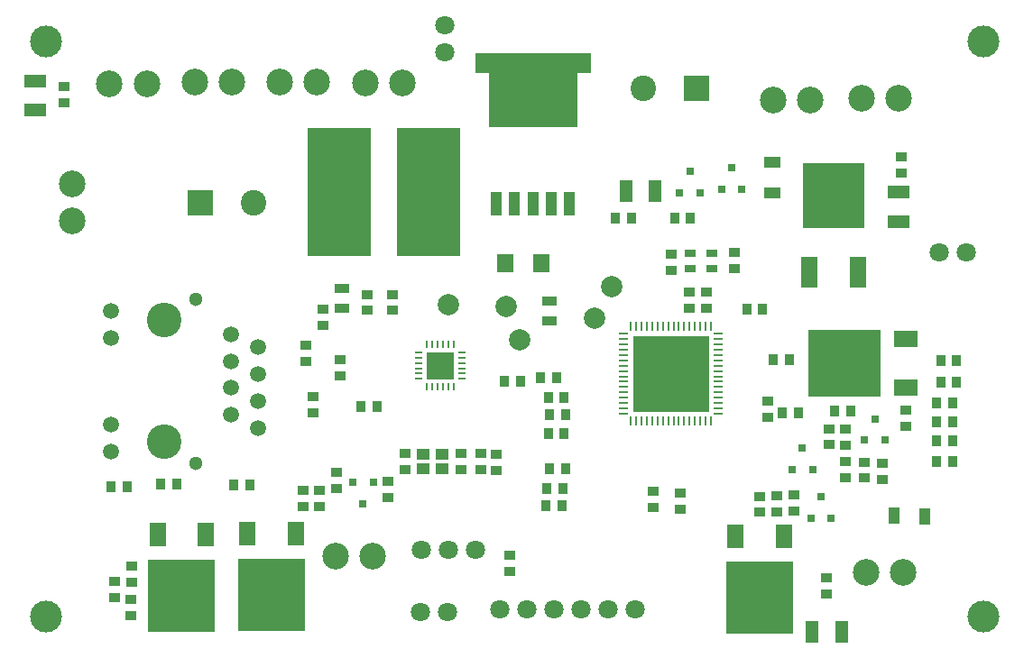
<source format=gts>
G04 #@! TF.FileFunction,Soldermask,Top*
%FSLAX46Y46*%
G04 Gerber Fmt 4.6, Leading zero omitted, Abs format (unit mm)*
G04 Created by KiCad (PCBNEW 4.0.6-e0-6349~53~ubuntu16.04.1) date Sat May 20 22:39:52 2017*
%MOMM*%
%LPD*%
G01*
G04 APERTURE LIST*
%ADD10C,0.150000*%
%ADD11C,3.000000*%
%ADD12R,1.000760X0.899160*%
%ADD13R,0.899160X1.000760*%
%ADD14R,1.397000X0.889000*%
%ADD15C,1.800000*%
%ADD16R,6.000000X12.000000*%
%ADD17R,2.499360X2.499360*%
%ADD18O,0.248920X0.800100*%
%ADD19O,0.800100X0.248920*%
%ADD20R,0.250000X0.850000*%
%ADD21R,0.850000X0.250000*%
%ADD22R,7.150000X7.150000*%
%ADD23C,0.780000*%
%ADD24R,10.800000X1.910000*%
%ADD25R,1.070000X2.160000*%
%ADD26R,8.330000X6.990000*%
%ADD27R,1.200000X1.100000*%
%ADD28R,1.000000X0.800000*%
%ADD29R,1.501140X1.000760*%
%ADD30R,1.549400X1.000760*%
%ADD31R,1.520000X1.680000*%
%ADD32R,1.000760X1.501140*%
%ADD33R,1.000760X1.549400*%
%ADD34R,1.250000X2.000000*%
%ADD35R,2.000000X1.250000*%
%ADD36C,1.500000*%
%ADD37C,3.250000*%
%ADD38C,1.300000*%
%ADD39C,2.000000*%
%ADD40R,1.000000X0.900000*%
%ADD41R,2.400000X2.400000*%
%ADD42C,2.400000*%
%ADD43R,0.900000X1.000000*%
%ADD44R,1.500000X2.300000*%
%ADD45R,6.230000X6.740000*%
%ADD46R,1.600000X3.000000*%
%ADD47R,5.800000X6.200000*%
%ADD48R,2.300000X1.500000*%
%ADD49R,6.740000X6.230000*%
%ADD50C,2.500000*%
%ADD51R,0.800100X0.800100*%
G04 APERTURE END LIST*
D10*
D11*
X178000000Y-113000000D03*
D12*
X132300000Y-99251840D03*
X132300000Y-97748160D03*
X130800000Y-99201840D03*
X130800000Y-97698160D03*
X129000000Y-99201840D03*
X129000000Y-97698160D03*
X123750000Y-99201840D03*
X123750000Y-97698160D03*
X122500000Y-82748160D03*
X122500000Y-84251840D03*
X133500000Y-107268160D03*
X133500000Y-108771840D03*
X149550000Y-101398160D03*
X149550000Y-102901840D03*
X157750000Y-92798160D03*
X157750000Y-94301840D03*
D13*
X136448160Y-90600000D03*
X137951840Y-90600000D03*
X159751840Y-88900000D03*
X158248160Y-88900000D03*
D14*
X137300000Y-85252500D03*
X137300000Y-83347500D03*
D12*
X120200000Y-82748160D03*
X120200000Y-84251840D03*
D13*
X134551840Y-90900000D03*
X133048160Y-90900000D03*
D12*
X152000000Y-82548160D03*
X152000000Y-84051840D03*
X148675000Y-78948160D03*
X148675000Y-80451840D03*
X154600000Y-80301840D03*
X154600000Y-78798160D03*
X150400000Y-82548160D03*
X150400000Y-84051840D03*
D14*
X117800000Y-82147500D03*
X117800000Y-84052500D03*
D11*
X90000000Y-113000000D03*
X90000000Y-59000000D03*
X178000000Y-59000000D03*
D15*
X142759680Y-112320000D03*
X145299680Y-112320000D03*
X132620000Y-112320000D03*
X135160000Y-112320000D03*
X140229840Y-112320000D03*
X137689840Y-112320000D03*
D16*
X125950000Y-73150000D03*
X117550000Y-73150000D03*
D17*
X127010000Y-89430000D03*
D18*
X125760320Y-91428980D03*
X126260700Y-91428980D03*
X126761080Y-91428980D03*
X127258920Y-91428980D03*
X127759300Y-91428980D03*
X128259680Y-91428980D03*
D19*
X129008980Y-90679680D03*
X129008980Y-90179300D03*
X129008980Y-89678920D03*
X129008980Y-89181080D03*
X129008980Y-88680700D03*
X129008980Y-88180320D03*
D18*
X128259680Y-87431020D03*
X127759300Y-87431020D03*
X127258920Y-87431020D03*
X126761080Y-87431020D03*
X126260700Y-87431020D03*
X125760320Y-87431020D03*
D19*
X125011020Y-88180320D03*
X125011020Y-88680700D03*
X125011020Y-89181080D03*
X125011020Y-89678920D03*
X125011020Y-90179300D03*
X125011020Y-90679680D03*
D20*
X151910000Y-94640000D03*
X152410000Y-94640000D03*
X148910000Y-94640000D03*
X149410000Y-94640000D03*
X150410000Y-94640000D03*
X149910000Y-94640000D03*
X151410000Y-94640000D03*
X150910000Y-94640000D03*
X146910000Y-94640000D03*
X147410000Y-94640000D03*
X148410000Y-94640000D03*
X147910000Y-94640000D03*
X145910000Y-94640000D03*
X146410000Y-94640000D03*
X145410000Y-94640000D03*
X144910000Y-94640000D03*
D21*
X144210000Y-93940000D03*
X144210000Y-93440000D03*
X144210000Y-92440000D03*
X144210000Y-92940000D03*
X144210000Y-90940000D03*
X144210000Y-90440000D03*
X144210000Y-91440000D03*
X144210000Y-91940000D03*
X144210000Y-87940000D03*
X144210000Y-87440000D03*
X144210000Y-88940000D03*
X144210000Y-88440000D03*
X144210000Y-89440000D03*
X144210000Y-89940000D03*
X144210000Y-86440000D03*
X144210000Y-86940000D03*
D20*
X144910000Y-85740000D03*
X145410000Y-85740000D03*
X146410000Y-85740000D03*
X145910000Y-85740000D03*
X147910000Y-85740000D03*
X148410000Y-85740000D03*
X147410000Y-85740000D03*
X146910000Y-85740000D03*
X150910000Y-85740000D03*
X151410000Y-85740000D03*
X149910000Y-85740000D03*
X150410000Y-85740000D03*
X149410000Y-85740000D03*
X148910000Y-85740000D03*
X152410000Y-85740000D03*
X151910000Y-85740000D03*
D21*
X153110000Y-86940000D03*
X153110000Y-86440000D03*
X153110000Y-89940000D03*
X153110000Y-89440000D03*
X153110000Y-88440000D03*
X153110000Y-88920000D03*
X153110000Y-87440000D03*
X153110000Y-87940000D03*
X153110000Y-91940000D03*
X153110000Y-91440000D03*
X153110000Y-90440000D03*
X153110000Y-90940000D03*
X153110000Y-92940000D03*
X153110000Y-92440000D03*
X153110000Y-93440000D03*
X153110000Y-93940000D03*
D22*
X148660000Y-90190000D03*
D23*
X140200000Y-61260000D03*
X131200000Y-61260000D03*
X138700000Y-65760000D03*
X138700000Y-64260000D03*
X138700000Y-62760000D03*
X138700000Y-61260000D03*
X135700000Y-65760000D03*
X135700000Y-64260000D03*
X135700000Y-62760000D03*
X135700000Y-61260000D03*
X137200000Y-61260000D03*
X137200000Y-62760000D03*
X137200000Y-64260000D03*
X137200000Y-65760000D03*
X134200000Y-65760000D03*
X134200000Y-64260000D03*
X134200000Y-62760000D03*
X134200000Y-61260000D03*
X132700000Y-61260000D03*
X132700000Y-62760000D03*
X132700000Y-64260000D03*
D24*
X135700000Y-61050000D03*
D25*
X137400000Y-74260000D03*
X139100000Y-74260000D03*
X135700000Y-74260000D03*
X134000000Y-74260000D03*
X132300000Y-74260000D03*
D26*
X135700000Y-63585000D03*
D23*
X132700000Y-65760000D03*
D26*
X135700000Y-63585000D03*
D24*
X135700000Y-61050000D03*
D27*
X127150000Y-97750000D03*
X125450000Y-97750000D03*
X127150000Y-99150000D03*
X125450000Y-99150000D03*
D28*
X150500000Y-80350000D03*
X152500000Y-80350000D03*
X150500000Y-78850000D03*
X152500000Y-78850000D03*
D29*
X158185240Y-70286960D03*
D30*
X158175080Y-73213040D03*
D31*
X133130000Y-79770000D03*
X136530000Y-79770000D03*
D32*
X169586960Y-103554760D03*
D33*
X172513040Y-103564920D03*
D34*
X144425000Y-73050000D03*
X147175000Y-73050000D03*
D35*
X88990000Y-65445000D03*
X88990000Y-62695000D03*
X170000000Y-73125000D03*
X170000000Y-75875000D03*
D34*
X161935000Y-114420000D03*
X164685000Y-114420000D03*
D36*
X96100000Y-84275000D03*
X96100000Y-86815000D03*
X96100000Y-94985000D03*
X96100000Y-97525000D03*
X107350000Y-86460000D03*
X107350000Y-91530000D03*
X107350000Y-89000000D03*
X107350000Y-94070000D03*
X109890000Y-87720000D03*
X109890000Y-92800000D03*
X109890000Y-90260000D03*
D37*
X101132080Y-96615000D03*
X101132080Y-85185000D03*
D38*
X104050000Y-83155000D03*
X104050000Y-98645000D03*
D36*
X109890000Y-95340000D03*
D39*
X127800000Y-83700000D03*
X133200000Y-83900000D03*
X134500000Y-87000000D03*
X143100000Y-82000000D03*
X141500000Y-85000000D03*
D12*
X117260000Y-99448160D03*
D40*
X117260000Y-100951840D03*
D41*
X104510000Y-74140000D03*
D42*
X109510000Y-74140000D03*
D41*
X151040000Y-63370000D03*
D42*
X146040000Y-63370000D03*
D12*
X97980000Y-112901840D03*
D40*
X97980000Y-111398160D03*
D12*
X158620000Y-101658160D03*
D40*
X158620000Y-103161840D03*
D12*
X168470000Y-100111840D03*
D40*
X168470000Y-98608160D03*
D13*
X173598160Y-98450000D03*
D43*
X175101840Y-98450000D03*
D13*
X173968160Y-90980000D03*
D43*
X175471840Y-90980000D03*
D15*
X125200000Y-106700000D03*
X127740000Y-106700000D03*
X130280000Y-106700000D03*
X127460000Y-59959840D03*
X127460000Y-57419840D03*
D44*
X159300000Y-105470000D03*
X154740000Y-105470000D03*
D45*
X157020000Y-111220000D03*
D44*
X105040000Y-105270000D03*
X100480000Y-105270000D03*
D45*
X102760000Y-111020000D03*
D44*
X113490000Y-105190000D03*
X108930000Y-105190000D03*
D45*
X111210000Y-110940000D03*
D46*
X161615000Y-80670000D03*
X166185000Y-80670000D03*
D47*
X163900000Y-73490000D03*
D48*
X170690000Y-91490000D03*
X170690000Y-86930000D03*
D49*
X164940000Y-89210000D03*
D15*
X127729840Y-112590000D03*
X125189840Y-112590000D03*
X173850160Y-78790000D03*
X176390160Y-78790000D03*
D50*
X158269940Y-64520000D03*
X161770060Y-64520000D03*
X166559940Y-64320000D03*
X170060060Y-64320000D03*
X120700060Y-107290000D03*
X117199940Y-107290000D03*
X92510000Y-75820060D03*
X92510000Y-72319940D03*
X119999940Y-62850000D03*
X123500060Y-62850000D03*
X111949940Y-62800000D03*
X115450060Y-62800000D03*
X103949940Y-62750000D03*
X107450060Y-62750000D03*
X95979940Y-62920000D03*
X99480060Y-62920000D03*
X170490060Y-108850000D03*
X166989940Y-108850000D03*
D13*
X157271840Y-84160000D03*
X155768160Y-84160000D03*
X165511840Y-93680000D03*
X164008160Y-93680000D03*
D12*
X115660000Y-102631840D03*
X115660000Y-101128160D03*
D13*
X173968160Y-88960000D03*
X175471840Y-88960000D03*
X175101840Y-92900000D03*
X173598160Y-92900000D03*
X150511840Y-75550000D03*
X149008160Y-75550000D03*
D12*
X170670000Y-95141840D03*
X170670000Y-93638160D03*
X163260000Y-110901840D03*
X163260000Y-109398160D03*
X170320000Y-71301840D03*
X170320000Y-69798160D03*
X91750000Y-64731840D03*
X91750000Y-63228160D03*
D13*
X175101840Y-96470000D03*
X173598160Y-96470000D03*
D12*
X165010000Y-96921840D03*
X165010000Y-95418160D03*
X165020000Y-99951840D03*
X165020000Y-98448160D03*
X166830000Y-98488160D03*
X166830000Y-99991840D03*
D13*
X144951840Y-75600000D03*
X143448160Y-75600000D03*
D12*
X160230000Y-101598160D03*
X160230000Y-103101840D03*
X157020000Y-103211840D03*
X157020000Y-101708160D03*
X114160000Y-101138160D03*
X114160000Y-102641840D03*
D13*
X175101840Y-94680000D03*
X173598160Y-94680000D03*
D12*
X96430000Y-111211840D03*
X96430000Y-109708160D03*
X98030000Y-109751840D03*
X98030000Y-108248160D03*
X122150000Y-101831840D03*
X122150000Y-100328160D03*
X163500000Y-96851840D03*
X163500000Y-95348160D03*
D13*
X109151840Y-100600000D03*
X107648160Y-100600000D03*
X102261840Y-100580000D03*
X100758160Y-100580000D03*
D12*
X147000000Y-101248160D03*
X147000000Y-102751840D03*
D13*
X96118160Y-100830000D03*
X97621840Y-100830000D03*
D12*
X114400000Y-87548160D03*
X114400000Y-89051840D03*
X116000000Y-85651840D03*
X116000000Y-84148160D03*
X115100000Y-92348160D03*
X115100000Y-93851840D03*
X117600000Y-90351840D03*
X117600000Y-88848160D03*
D13*
X138651840Y-95800000D03*
X137148160Y-95800000D03*
X138751840Y-94000000D03*
X137248160Y-94000000D03*
X138651840Y-92400000D03*
X137148160Y-92400000D03*
X159098160Y-93830000D03*
X160601840Y-93830000D03*
X119548160Y-93300000D03*
X121051840Y-93300000D03*
X138451840Y-102600000D03*
X136948160Y-102600000D03*
X138501840Y-101000000D03*
X136998160Y-101000000D03*
X138751840Y-99150000D03*
X137248160Y-99150000D03*
D51*
X166850000Y-96440000D03*
X168750000Y-96440000D03*
X167800000Y-94440000D03*
X153420000Y-72830000D03*
X155320000Y-72830000D03*
X154370000Y-70830000D03*
X149480000Y-73170000D03*
X151380000Y-73170000D03*
X150430000Y-71170000D03*
X120720000Y-100380000D03*
X118820000Y-100380000D03*
X119770000Y-102380000D03*
X161800000Y-103760000D03*
X163700000Y-103760000D03*
X162750000Y-101760000D03*
X160050000Y-99200000D03*
X161950000Y-99200000D03*
X161000000Y-97200000D03*
M02*

</source>
